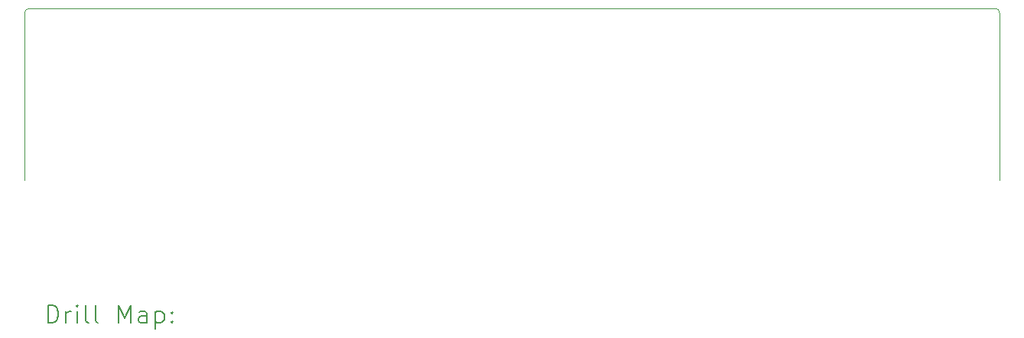
<source format=gbr>
%TF.GenerationSoftware,KiCad,Pcbnew,7.0.9*%
%TF.CreationDate,2024-01-22T22:29:13+01:00*%
%TF.ProjectId,simm72_ram_8M10,73696d6d-3732-45f7-9261-6d5f384d3130,A*%
%TF.SameCoordinates,Original*%
%TF.FileFunction,Drillmap*%
%TF.FilePolarity,Positive*%
%FSLAX45Y45*%
G04 Gerber Fmt 4.5, Leading zero omitted, Abs format (unit mm)*
G04 Created by KiCad (PCBNEW 7.0.9) date 2024-01-22 22:29:13*
%MOMM*%
%LPD*%
G01*
G04 APERTURE LIST*
%ADD10C,0.050000*%
%ADD11C,0.200000*%
G04 APERTURE END LIST*
D10*
X5153300Y-8366960D02*
G75*
G03*
X5102500Y-8417760I0J-50800D01*
G01*
X15897500Y-8417760D02*
G75*
G03*
X15846700Y-8366960I-50800J0D01*
G01*
X15897500Y-8417760D02*
X15897580Y-10274500D01*
X5102500Y-8417760D02*
X5102580Y-10274500D01*
X15846700Y-8366960D02*
X5153300Y-8366960D01*
D11*
X5360777Y-11858484D02*
X5360777Y-11658484D01*
X5360777Y-11658484D02*
X5408396Y-11658484D01*
X5408396Y-11658484D02*
X5436967Y-11668008D01*
X5436967Y-11668008D02*
X5456015Y-11687055D01*
X5456015Y-11687055D02*
X5465539Y-11706103D01*
X5465539Y-11706103D02*
X5475063Y-11744198D01*
X5475063Y-11744198D02*
X5475063Y-11772769D01*
X5475063Y-11772769D02*
X5465539Y-11810865D01*
X5465539Y-11810865D02*
X5456015Y-11829912D01*
X5456015Y-11829912D02*
X5436967Y-11848960D01*
X5436967Y-11848960D02*
X5408396Y-11858484D01*
X5408396Y-11858484D02*
X5360777Y-11858484D01*
X5560777Y-11858484D02*
X5560777Y-11725150D01*
X5560777Y-11763246D02*
X5570301Y-11744198D01*
X5570301Y-11744198D02*
X5579824Y-11734674D01*
X5579824Y-11734674D02*
X5598872Y-11725150D01*
X5598872Y-11725150D02*
X5617920Y-11725150D01*
X5684586Y-11858484D02*
X5684586Y-11725150D01*
X5684586Y-11658484D02*
X5675062Y-11668008D01*
X5675062Y-11668008D02*
X5684586Y-11677531D01*
X5684586Y-11677531D02*
X5694110Y-11668008D01*
X5694110Y-11668008D02*
X5684586Y-11658484D01*
X5684586Y-11658484D02*
X5684586Y-11677531D01*
X5808396Y-11858484D02*
X5789348Y-11848960D01*
X5789348Y-11848960D02*
X5779824Y-11829912D01*
X5779824Y-11829912D02*
X5779824Y-11658484D01*
X5913158Y-11858484D02*
X5894110Y-11848960D01*
X5894110Y-11848960D02*
X5884586Y-11829912D01*
X5884586Y-11829912D02*
X5884586Y-11658484D01*
X6141729Y-11858484D02*
X6141729Y-11658484D01*
X6141729Y-11658484D02*
X6208396Y-11801341D01*
X6208396Y-11801341D02*
X6275062Y-11658484D01*
X6275062Y-11658484D02*
X6275062Y-11858484D01*
X6456015Y-11858484D02*
X6456015Y-11753722D01*
X6456015Y-11753722D02*
X6446491Y-11734674D01*
X6446491Y-11734674D02*
X6427443Y-11725150D01*
X6427443Y-11725150D02*
X6389348Y-11725150D01*
X6389348Y-11725150D02*
X6370301Y-11734674D01*
X6456015Y-11848960D02*
X6436967Y-11858484D01*
X6436967Y-11858484D02*
X6389348Y-11858484D01*
X6389348Y-11858484D02*
X6370301Y-11848960D01*
X6370301Y-11848960D02*
X6360777Y-11829912D01*
X6360777Y-11829912D02*
X6360777Y-11810865D01*
X6360777Y-11810865D02*
X6370301Y-11791817D01*
X6370301Y-11791817D02*
X6389348Y-11782293D01*
X6389348Y-11782293D02*
X6436967Y-11782293D01*
X6436967Y-11782293D02*
X6456015Y-11772769D01*
X6551253Y-11725150D02*
X6551253Y-11925150D01*
X6551253Y-11734674D02*
X6570301Y-11725150D01*
X6570301Y-11725150D02*
X6608396Y-11725150D01*
X6608396Y-11725150D02*
X6627443Y-11734674D01*
X6627443Y-11734674D02*
X6636967Y-11744198D01*
X6636967Y-11744198D02*
X6646491Y-11763246D01*
X6646491Y-11763246D02*
X6646491Y-11820388D01*
X6646491Y-11820388D02*
X6636967Y-11839436D01*
X6636967Y-11839436D02*
X6627443Y-11848960D01*
X6627443Y-11848960D02*
X6608396Y-11858484D01*
X6608396Y-11858484D02*
X6570301Y-11858484D01*
X6570301Y-11858484D02*
X6551253Y-11848960D01*
X6732205Y-11839436D02*
X6741729Y-11848960D01*
X6741729Y-11848960D02*
X6732205Y-11858484D01*
X6732205Y-11858484D02*
X6722682Y-11848960D01*
X6722682Y-11848960D02*
X6732205Y-11839436D01*
X6732205Y-11839436D02*
X6732205Y-11858484D01*
X6732205Y-11734674D02*
X6741729Y-11744198D01*
X6741729Y-11744198D02*
X6732205Y-11753722D01*
X6732205Y-11753722D02*
X6722682Y-11744198D01*
X6722682Y-11744198D02*
X6732205Y-11734674D01*
X6732205Y-11734674D02*
X6732205Y-11753722D01*
M02*

</source>
